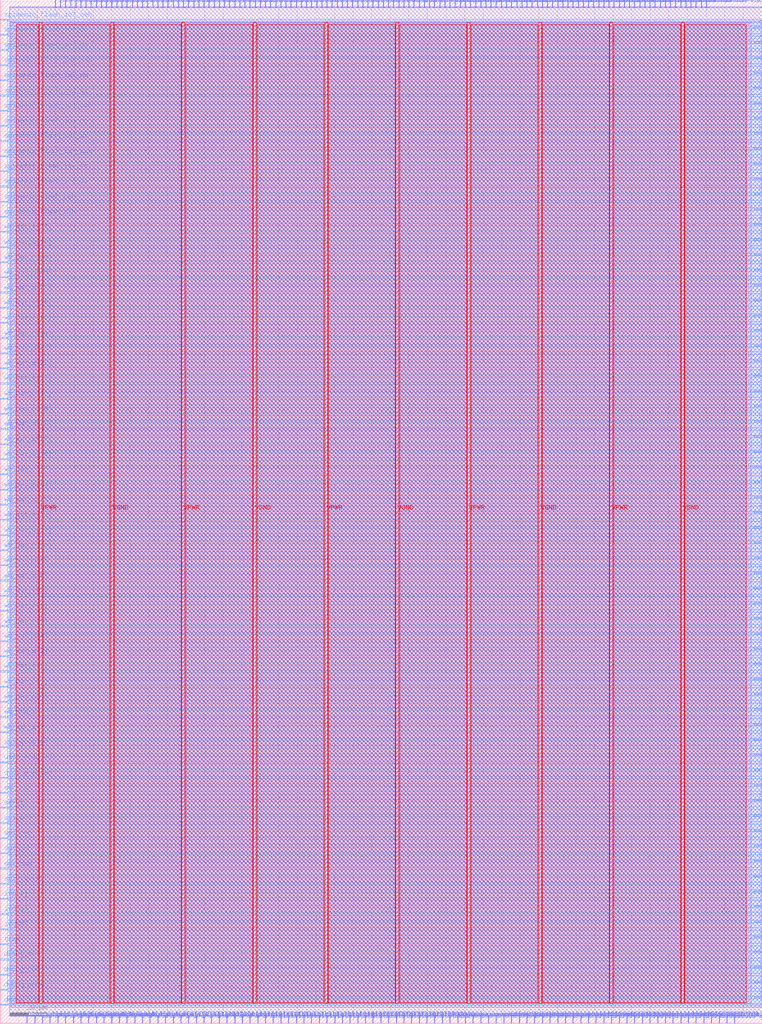
<source format=lef>
VERSION 5.7 ;
  NOWIREEXTENSIONATPIN ON ;
  DIVIDERCHAR "/" ;
  BUSBITCHARS "[]" ;
MACRO housekeeping_alt
  CLASS BLOCK ;
  FOREIGN housekeeping_alt ;
  ORIGIN 0.000 0.000 ;
  SIZE 410.230 BY 550.950 ;
  PIN VGND
    USE GROUND ;
    PORT
      LAYER met4 ;
        RECT 366.640 10.640 368.240 538.800 ;
    END
    PORT
      LAYER met4 ;
        RECT 289.840 10.640 291.440 538.800 ;
    END
    PORT
      LAYER met4 ;
        RECT 213.040 10.640 214.640 538.800 ;
    END
    PORT
      LAYER met4 ;
        RECT 136.240 10.640 137.840 538.800 ;
    END
    PORT
      LAYER met4 ;
        RECT 59.440 10.640 61.040 538.800 ;
    END
  END VGND
  PIN VPWR
    USE POWER ;
    PORT
      LAYER met4 ;
        RECT 328.240 10.640 329.840 538.800 ;
    END
    PORT
      LAYER met4 ;
        RECT 251.440 10.640 253.040 538.800 ;
    END
    PORT
      LAYER met4 ;
        RECT 174.640 10.640 176.240 538.800 ;
    END
    PORT
      LAYER met4 ;
        RECT 97.840 10.640 99.440 538.800 ;
    END
    PORT
      LAYER met4 ;
        RECT 21.040 10.640 22.640 538.800 ;
    END
  END VPWR
  PIN debug_in
    PORT
      LAYER met3 ;
        RECT 0.000 9.560 4.000 10.160 ;
    END
  END debug_in
  PIN debug_mode
    PORT
      LAYER met3 ;
        RECT 0.000 17.720 4.000 18.320 ;
    END
  END debug_mode
  PIN debug_oeb
    PORT
      LAYER met3 ;
        RECT 0.000 25.880 4.000 26.480 ;
    END
  END debug_oeb
  PIN debug_out
    PORT
      LAYER met3 ;
        RECT 0.000 34.040 4.000 34.640 ;
    END
  END debug_out
  PIN irq[0]
    PORT
      LAYER met3 ;
        RECT 0.000 50.360 4.000 50.960 ;
    END
  END irq[0]
  PIN irq[1]
    PORT
      LAYER met3 ;
        RECT 0.000 58.520 4.000 59.120 ;
    END
  END irq[1]
  PIN irq[2]
    PORT
      LAYER met3 ;
        RECT 0.000 66.680 4.000 67.280 ;
    END
  END irq[2]
  PIN mask_rev_in[0]
    PORT
      LAYER met2 ;
        RECT 250.330 0.000 250.610 4.000 ;
    END
  END mask_rev_in[0]
  PIN mask_rev_in[10]
    PORT
      LAYER met2 ;
        RECT 291.730 0.000 292.010 4.000 ;
    END
  END mask_rev_in[10]
  PIN mask_rev_in[11]
    PORT
      LAYER met2 ;
        RECT 295.870 0.000 296.150 4.000 ;
    END
  END mask_rev_in[11]
  PIN mask_rev_in[12]
    PORT
      LAYER met2 ;
        RECT 300.010 0.000 300.290 4.000 ;
    END
  END mask_rev_in[12]
  PIN mask_rev_in[13]
    PORT
      LAYER met2 ;
        RECT 304.150 0.000 304.430 4.000 ;
    END
  END mask_rev_in[13]
  PIN mask_rev_in[14]
    PORT
      LAYER met2 ;
        RECT 308.290 0.000 308.570 4.000 ;
    END
  END mask_rev_in[14]
  PIN mask_rev_in[15]
    PORT
      LAYER met2 ;
        RECT 312.430 0.000 312.710 4.000 ;
    END
  END mask_rev_in[15]
  PIN mask_rev_in[16]
    PORT
      LAYER met2 ;
        RECT 316.570 0.000 316.850 4.000 ;
    END
  END mask_rev_in[16]
  PIN mask_rev_in[17]
    PORT
      LAYER met2 ;
        RECT 320.710 0.000 320.990 4.000 ;
    END
  END mask_rev_in[17]
  PIN mask_rev_in[18]
    PORT
      LAYER met2 ;
        RECT 324.850 0.000 325.130 4.000 ;
    END
  END mask_rev_in[18]
  PIN mask_rev_in[19]
    PORT
      LAYER met2 ;
        RECT 328.990 0.000 329.270 4.000 ;
    END
  END mask_rev_in[19]
  PIN mask_rev_in[1]
    PORT
      LAYER met2 ;
        RECT 254.470 0.000 254.750 4.000 ;
    END
  END mask_rev_in[1]
  PIN mask_rev_in[20]
    PORT
      LAYER met2 ;
        RECT 333.130 0.000 333.410 4.000 ;
    END
  END mask_rev_in[20]
  PIN mask_rev_in[21]
    PORT
      LAYER met2 ;
        RECT 337.270 0.000 337.550 4.000 ;
    END
  END mask_rev_in[21]
  PIN mask_rev_in[22]
    PORT
      LAYER met2 ;
        RECT 341.410 0.000 341.690 4.000 ;
    END
  END mask_rev_in[22]
  PIN mask_rev_in[23]
    PORT
      LAYER met2 ;
        RECT 345.550 0.000 345.830 4.000 ;
    END
  END mask_rev_in[23]
  PIN mask_rev_in[24]
    PORT
      LAYER met2 ;
        RECT 349.690 0.000 349.970 4.000 ;
    END
  END mask_rev_in[24]
  PIN mask_rev_in[25]
    PORT
      LAYER met2 ;
        RECT 353.830 0.000 354.110 4.000 ;
    END
  END mask_rev_in[25]
  PIN mask_rev_in[26]
    PORT
      LAYER met2 ;
        RECT 357.970 0.000 358.250 4.000 ;
    END
  END mask_rev_in[26]
  PIN mask_rev_in[27]
    PORT
      LAYER met2 ;
        RECT 362.110 0.000 362.390 4.000 ;
    END
  END mask_rev_in[27]
  PIN mask_rev_in[28]
    PORT
      LAYER met2 ;
        RECT 366.250 0.000 366.530 4.000 ;
    END
  END mask_rev_in[28]
  PIN mask_rev_in[29]
    PORT
      LAYER met2 ;
        RECT 370.390 0.000 370.670 4.000 ;
    END
  END mask_rev_in[29]
  PIN mask_rev_in[2]
    PORT
      LAYER met2 ;
        RECT 258.610 0.000 258.890 4.000 ;
    END
  END mask_rev_in[2]
  PIN mask_rev_in[30]
    PORT
      LAYER met2 ;
        RECT 374.530 0.000 374.810 4.000 ;
    END
  END mask_rev_in[30]
  PIN mask_rev_in[31]
    PORT
      LAYER met2 ;
        RECT 378.670 0.000 378.950 4.000 ;
    END
  END mask_rev_in[31]
  PIN mask_rev_in[3]
    PORT
      LAYER met2 ;
        RECT 262.750 0.000 263.030 4.000 ;
    END
  END mask_rev_in[3]
  PIN mask_rev_in[4]
    PORT
      LAYER met2 ;
        RECT 266.890 0.000 267.170 4.000 ;
    END
  END mask_rev_in[4]
  PIN mask_rev_in[5]
    PORT
      LAYER met2 ;
        RECT 271.030 0.000 271.310 4.000 ;
    END
  END mask_rev_in[5]
  PIN mask_rev_in[6]
    PORT
      LAYER met2 ;
        RECT 275.170 0.000 275.450 4.000 ;
    END
  END mask_rev_in[6]
  PIN mask_rev_in[7]
    PORT
      LAYER met2 ;
        RECT 279.310 0.000 279.590 4.000 ;
    END
  END mask_rev_in[7]
  PIN mask_rev_in[8]
    PORT
      LAYER met2 ;
        RECT 283.450 0.000 283.730 4.000 ;
    END
  END mask_rev_in[8]
  PIN mask_rev_in[9]
    PORT
      LAYER met2 ;
        RECT 287.590 0.000 287.870 4.000 ;
    END
  END mask_rev_in[9]
  PIN mgmt_gpio_in[0]
    PORT
      LAYER met3 ;
        RECT 406.230 54.440 410.230 55.040 ;
    END
  END mgmt_gpio_in[0]
  PIN mgmt_gpio_in[10]
    PORT
      LAYER met3 ;
        RECT 406.230 299.240 410.230 299.840 ;
    END
  END mgmt_gpio_in[10]
  PIN mgmt_gpio_in[11]
    PORT
      LAYER met3 ;
        RECT 406.230 323.720 410.230 324.320 ;
    END
  END mgmt_gpio_in[11]
  PIN mgmt_gpio_in[12]
    PORT
      LAYER met3 ;
        RECT 406.230 348.200 410.230 348.800 ;
    END
  END mgmt_gpio_in[12]
  PIN mgmt_gpio_in[13]
    PORT
      LAYER met3 ;
        RECT 406.230 372.680 410.230 373.280 ;
    END
  END mgmt_gpio_in[13]
  PIN mgmt_gpio_in[14]
    PORT
      LAYER met3 ;
        RECT 406.230 397.160 410.230 397.760 ;
    END
  END mgmt_gpio_in[14]
  PIN mgmt_gpio_in[15]
    PORT
      LAYER met3 ;
        RECT 406.230 421.640 410.230 422.240 ;
    END
  END mgmt_gpio_in[15]
  PIN mgmt_gpio_in[16]
    PORT
      LAYER met3 ;
        RECT 406.230 446.120 410.230 446.720 ;
    END
  END mgmt_gpio_in[16]
  PIN mgmt_gpio_in[17]
    PORT
      LAYER met3 ;
        RECT 406.230 470.600 410.230 471.200 ;
    END
  END mgmt_gpio_in[17]
  PIN mgmt_gpio_in[18]
    PORT
      LAYER met3 ;
        RECT 406.230 495.080 410.230 495.680 ;
    END
  END mgmt_gpio_in[18]
  PIN mgmt_gpio_in[19]
    PORT
      LAYER met3 ;
        RECT 406.230 519.560 410.230 520.160 ;
    END
  END mgmt_gpio_in[19]
  PIN mgmt_gpio_in[1]
    PORT
      LAYER met3 ;
        RECT 406.230 78.920 410.230 79.520 ;
    END
  END mgmt_gpio_in[1]
  PIN mgmt_gpio_in[20]
    PORT
      LAYER met2 ;
        RECT 233.770 546.950 234.050 550.950 ;
    END
  END mgmt_gpio_in[20]
  PIN mgmt_gpio_in[21]
    PORT
      LAYER met2 ;
        RECT 242.050 546.950 242.330 550.950 ;
    END
  END mgmt_gpio_in[21]
  PIN mgmt_gpio_in[22]
    PORT
      LAYER met2 ;
        RECT 250.330 546.950 250.610 550.950 ;
    END
  END mgmt_gpio_in[22]
  PIN mgmt_gpio_in[23]
    PORT
      LAYER met2 ;
        RECT 258.610 546.950 258.890 550.950 ;
    END
  END mgmt_gpio_in[23]
  PIN mgmt_gpio_in[24]
    PORT
      LAYER met2 ;
        RECT 266.890 546.950 267.170 550.950 ;
    END
  END mgmt_gpio_in[24]
  PIN mgmt_gpio_in[25]
    PORT
      LAYER met2 ;
        RECT 275.170 546.950 275.450 550.950 ;
    END
  END mgmt_gpio_in[25]
  PIN mgmt_gpio_in[26]
    PORT
      LAYER met2 ;
        RECT 283.450 546.950 283.730 550.950 ;
    END
  END mgmt_gpio_in[26]
  PIN mgmt_gpio_in[27]
    PORT
      LAYER met2 ;
        RECT 291.730 546.950 292.010 550.950 ;
    END
  END mgmt_gpio_in[27]
  PIN mgmt_gpio_in[28]
    PORT
      LAYER met2 ;
        RECT 300.010 546.950 300.290 550.950 ;
    END
  END mgmt_gpio_in[28]
  PIN mgmt_gpio_in[29]
    PORT
      LAYER met2 ;
        RECT 308.290 546.950 308.570 550.950 ;
    END
  END mgmt_gpio_in[29]
  PIN mgmt_gpio_in[2]
    PORT
      LAYER met3 ;
        RECT 406.230 103.400 410.230 104.000 ;
    END
  END mgmt_gpio_in[2]
  PIN mgmt_gpio_in[30]
    PORT
      LAYER met2 ;
        RECT 316.570 546.950 316.850 550.950 ;
    END
  END mgmt_gpio_in[30]
  PIN mgmt_gpio_in[31]
    PORT
      LAYER met2 ;
        RECT 324.850 546.950 325.130 550.950 ;
    END
  END mgmt_gpio_in[31]
  PIN mgmt_gpio_in[32]
    PORT
      LAYER met2 ;
        RECT 333.130 546.950 333.410 550.950 ;
    END
  END mgmt_gpio_in[32]
  PIN mgmt_gpio_in[33]
    PORT
      LAYER met2 ;
        RECT 341.410 546.950 341.690 550.950 ;
    END
  END mgmt_gpio_in[33]
  PIN mgmt_gpio_in[34]
    PORT
      LAYER met2 ;
        RECT 349.690 546.950 349.970 550.950 ;
    END
  END mgmt_gpio_in[34]
  PIN mgmt_gpio_in[35]
    PORT
      LAYER met2 ;
        RECT 357.970 546.950 358.250 550.950 ;
    END
  END mgmt_gpio_in[35]
  PIN mgmt_gpio_in[36]
    PORT
      LAYER met2 ;
        RECT 366.250 546.950 366.530 550.950 ;
    END
  END mgmt_gpio_in[36]
  PIN mgmt_gpio_in[37]
    PORT
      LAYER met2 ;
        RECT 374.530 546.950 374.810 550.950 ;
    END
  END mgmt_gpio_in[37]
  PIN mgmt_gpio_in[3]
    PORT
      LAYER met3 ;
        RECT 406.230 127.880 410.230 128.480 ;
    END
  END mgmt_gpio_in[3]
  PIN mgmt_gpio_in[4]
    PORT
      LAYER met3 ;
        RECT 406.230 152.360 410.230 152.960 ;
    END
  END mgmt_gpio_in[4]
  PIN mgmt_gpio_in[5]
    PORT
      LAYER met3 ;
        RECT 406.230 176.840 410.230 177.440 ;
    END
  END mgmt_gpio_in[5]
  PIN mgmt_gpio_in[6]
    PORT
      LAYER met3 ;
        RECT 406.230 201.320 410.230 201.920 ;
    END
  END mgmt_gpio_in[6]
  PIN mgmt_gpio_in[7]
    PORT
      LAYER met3 ;
        RECT 406.230 225.800 410.230 226.400 ;
    END
  END mgmt_gpio_in[7]
  PIN mgmt_gpio_in[8]
    PORT
      LAYER met3 ;
        RECT 406.230 250.280 410.230 250.880 ;
    END
  END mgmt_gpio_in[8]
  PIN mgmt_gpio_in[9]
    PORT
      LAYER met3 ;
        RECT 406.230 274.760 410.230 275.360 ;
    END
  END mgmt_gpio_in[9]
  PIN mgmt_gpio_oeb[0]
    PORT
      LAYER met3 ;
        RECT 406.230 62.600 410.230 63.200 ;
    END
  END mgmt_gpio_oeb[0]
  PIN mgmt_gpio_oeb[10]
    PORT
      LAYER met3 ;
        RECT 406.230 307.400 410.230 308.000 ;
    END
  END mgmt_gpio_oeb[10]
  PIN mgmt_gpio_oeb[11]
    PORT
      LAYER met3 ;
        RECT 406.230 331.880 410.230 332.480 ;
    END
  END mgmt_gpio_oeb[11]
  PIN mgmt_gpio_oeb[12]
    PORT
      LAYER met3 ;
        RECT 406.230 356.360 410.230 356.960 ;
    END
  END mgmt_gpio_oeb[12]
  PIN mgmt_gpio_oeb[13]
    PORT
      LAYER met3 ;
        RECT 406.230 380.840 410.230 381.440 ;
    END
  END mgmt_gpio_oeb[13]
  PIN mgmt_gpio_oeb[14]
    PORT
      LAYER met3 ;
        RECT 406.230 405.320 410.230 405.920 ;
    END
  END mgmt_gpio_oeb[14]
  PIN mgmt_gpio_oeb[15]
    PORT
      LAYER met3 ;
        RECT 406.230 429.800 410.230 430.400 ;
    END
  END mgmt_gpio_oeb[15]
  PIN mgmt_gpio_oeb[16]
    PORT
      LAYER met3 ;
        RECT 406.230 454.280 410.230 454.880 ;
    END
  END mgmt_gpio_oeb[16]
  PIN mgmt_gpio_oeb[17]
    PORT
      LAYER met3 ;
        RECT 406.230 478.760 410.230 479.360 ;
    END
  END mgmt_gpio_oeb[17]
  PIN mgmt_gpio_oeb[18]
    PORT
      LAYER met3 ;
        RECT 406.230 503.240 410.230 503.840 ;
    END
  END mgmt_gpio_oeb[18]
  PIN mgmt_gpio_oeb[19]
    PORT
      LAYER met3 ;
        RECT 406.230 527.720 410.230 528.320 ;
    END
  END mgmt_gpio_oeb[19]
  PIN mgmt_gpio_oeb[1]
    PORT
      LAYER met3 ;
        RECT 406.230 87.080 410.230 87.680 ;
    END
  END mgmt_gpio_oeb[1]
  PIN mgmt_gpio_oeb[20]
    PORT
      LAYER met2 ;
        RECT 236.530 546.950 236.810 550.950 ;
    END
  END mgmt_gpio_oeb[20]
  PIN mgmt_gpio_oeb[21]
    PORT
      LAYER met2 ;
        RECT 244.810 546.950 245.090 550.950 ;
    END
  END mgmt_gpio_oeb[21]
  PIN mgmt_gpio_oeb[22]
    PORT
      LAYER met2 ;
        RECT 253.090 546.950 253.370 550.950 ;
    END
  END mgmt_gpio_oeb[22]
  PIN mgmt_gpio_oeb[23]
    PORT
      LAYER met2 ;
        RECT 261.370 546.950 261.650 550.950 ;
    END
  END mgmt_gpio_oeb[23]
  PIN mgmt_gpio_oeb[24]
    PORT
      LAYER met2 ;
        RECT 269.650 546.950 269.930 550.950 ;
    END
  END mgmt_gpio_oeb[24]
  PIN mgmt_gpio_oeb[25]
    PORT
      LAYER met2 ;
        RECT 277.930 546.950 278.210 550.950 ;
    END
  END mgmt_gpio_oeb[25]
  PIN mgmt_gpio_oeb[26]
    PORT
      LAYER met2 ;
        RECT 286.210 546.950 286.490 550.950 ;
    END
  END mgmt_gpio_oeb[26]
  PIN mgmt_gpio_oeb[27]
    PORT
      LAYER met2 ;
        RECT 294.490 546.950 294.770 550.950 ;
    END
  END mgmt_gpio_oeb[27]
  PIN mgmt_gpio_oeb[28]
    PORT
      LAYER met2 ;
        RECT 302.770 546.950 303.050 550.950 ;
    END
  END mgmt_gpio_oeb[28]
  PIN mgmt_gpio_oeb[29]
    PORT
      LAYER met2 ;
        RECT 311.050 546.950 311.330 550.950 ;
    END
  END mgmt_gpio_oeb[29]
  PIN mgmt_gpio_oeb[2]
    PORT
      LAYER met3 ;
        RECT 406.230 111.560 410.230 112.160 ;
    END
  END mgmt_gpio_oeb[2]
  PIN mgmt_gpio_oeb[30]
    PORT
      LAYER met2 ;
        RECT 319.330 546.950 319.610 550.950 ;
    END
  END mgmt_gpio_oeb[30]
  PIN mgmt_gpio_oeb[31]
    PORT
      LAYER met2 ;
        RECT 327.610 546.950 327.890 550.950 ;
    END
  END mgmt_gpio_oeb[31]
  PIN mgmt_gpio_oeb[32]
    PORT
      LAYER met2 ;
        RECT 335.890 546.950 336.170 550.950 ;
    END
  END mgmt_gpio_oeb[32]
  PIN mgmt_gpio_oeb[33]
    PORT
      LAYER met2 ;
        RECT 344.170 546.950 344.450 550.950 ;
    END
  END mgmt_gpio_oeb[33]
  PIN mgmt_gpio_oeb[34]
    PORT
      LAYER met2 ;
        RECT 352.450 546.950 352.730 550.950 ;
    END
  END mgmt_gpio_oeb[34]
  PIN mgmt_gpio_oeb[35]
    PORT
      LAYER met2 ;
        RECT 360.730 546.950 361.010 550.950 ;
    END
  END mgmt_gpio_oeb[35]
  PIN mgmt_gpio_oeb[36]
    PORT
      LAYER met2 ;
        RECT 369.010 546.950 369.290 550.950 ;
    END
  END mgmt_gpio_oeb[36]
  PIN mgmt_gpio_oeb[37]
    PORT
      LAYER met2 ;
        RECT 377.290 546.950 377.570 550.950 ;
    END
  END mgmt_gpio_oeb[37]
  PIN mgmt_gpio_oeb[3]
    PORT
      LAYER met3 ;
        RECT 406.230 136.040 410.230 136.640 ;
    END
  END mgmt_gpio_oeb[3]
  PIN mgmt_gpio_oeb[4]
    PORT
      LAYER met3 ;
        RECT 406.230 160.520 410.230 161.120 ;
    END
  END mgmt_gpio_oeb[4]
  PIN mgmt_gpio_oeb[5]
    PORT
      LAYER met3 ;
        RECT 406.230 185.000 410.230 185.600 ;
    END
  END mgmt_gpio_oeb[5]
  PIN mgmt_gpio_oeb[6]
    PORT
      LAYER met3 ;
        RECT 406.230 209.480 410.230 210.080 ;
    END
  END mgmt_gpio_oeb[6]
  PIN mgmt_gpio_oeb[7]
    PORT
      LAYER met3 ;
        RECT 406.230 233.960 410.230 234.560 ;
    END
  END mgmt_gpio_oeb[7]
  PIN mgmt_gpio_oeb[8]
    PORT
      LAYER met3 ;
        RECT 406.230 258.440 410.230 259.040 ;
    END
  END mgmt_gpio_oeb[8]
  PIN mgmt_gpio_oeb[9]
    PORT
      LAYER met3 ;
        RECT 406.230 282.920 410.230 283.520 ;
    END
  END mgmt_gpio_oeb[9]
  PIN mgmt_gpio_out[0]
    PORT
      LAYER met3 ;
        RECT 406.230 70.760 410.230 71.360 ;
    END
  END mgmt_gpio_out[0]
  PIN mgmt_gpio_out[10]
    PORT
      LAYER met3 ;
        RECT 406.230 315.560 410.230 316.160 ;
    END
  END mgmt_gpio_out[10]
  PIN mgmt_gpio_out[11]
    PORT
      LAYER met3 ;
        RECT 406.230 340.040 410.230 340.640 ;
    END
  END mgmt_gpio_out[11]
  PIN mgmt_gpio_out[12]
    PORT
      LAYER met3 ;
        RECT 406.230 364.520 410.230 365.120 ;
    END
  END mgmt_gpio_out[12]
  PIN mgmt_gpio_out[13]
    PORT
      LAYER met3 ;
        RECT 406.230 389.000 410.230 389.600 ;
    END
  END mgmt_gpio_out[13]
  PIN mgmt_gpio_out[14]
    PORT
      LAYER met3 ;
        RECT 406.230 413.480 410.230 414.080 ;
    END
  END mgmt_gpio_out[14]
  PIN mgmt_gpio_out[15]
    PORT
      LAYER met3 ;
        RECT 406.230 437.960 410.230 438.560 ;
    END
  END mgmt_gpio_out[15]
  PIN mgmt_gpio_out[16]
    PORT
      LAYER met3 ;
        RECT 406.230 462.440 410.230 463.040 ;
    END
  END mgmt_gpio_out[16]
  PIN mgmt_gpio_out[17]
    PORT
      LAYER met3 ;
        RECT 406.230 486.920 410.230 487.520 ;
    END
  END mgmt_gpio_out[17]
  PIN mgmt_gpio_out[18]
    PORT
      LAYER met3 ;
        RECT 406.230 511.400 410.230 512.000 ;
    END
  END mgmt_gpio_out[18]
  PIN mgmt_gpio_out[19]
    PORT
      LAYER met3 ;
        RECT 406.230 535.880 410.230 536.480 ;
    END
  END mgmt_gpio_out[19]
  PIN mgmt_gpio_out[1]
    PORT
      LAYER met3 ;
        RECT 406.230 95.240 410.230 95.840 ;
    END
  END mgmt_gpio_out[1]
  PIN mgmt_gpio_out[20]
    PORT
      LAYER met2 ;
        RECT 239.290 546.950 239.570 550.950 ;
    END
  END mgmt_gpio_out[20]
  PIN mgmt_gpio_out[21]
    PORT
      LAYER met2 ;
        RECT 247.570 546.950 247.850 550.950 ;
    END
  END mgmt_gpio_out[21]
  PIN mgmt_gpio_out[22]
    PORT
      LAYER met2 ;
        RECT 255.850 546.950 256.130 550.950 ;
    END
  END mgmt_gpio_out[22]
  PIN mgmt_gpio_out[23]
    PORT
      LAYER met2 ;
        RECT 264.130 546.950 264.410 550.950 ;
    END
  END mgmt_gpio_out[23]
  PIN mgmt_gpio_out[24]
    PORT
      LAYER met2 ;
        RECT 272.410 546.950 272.690 550.950 ;
    END
  END mgmt_gpio_out[24]
  PIN mgmt_gpio_out[25]
    PORT
      LAYER met2 ;
        RECT 280.690 546.950 280.970 550.950 ;
    END
  END mgmt_gpio_out[25]
  PIN mgmt_gpio_out[26]
    PORT
      LAYER met2 ;
        RECT 288.970 546.950 289.250 550.950 ;
    END
  END mgmt_gpio_out[26]
  PIN mgmt_gpio_out[27]
    PORT
      LAYER met2 ;
        RECT 297.250 546.950 297.530 550.950 ;
    END
  END mgmt_gpio_out[27]
  PIN mgmt_gpio_out[28]
    PORT
      LAYER met2 ;
        RECT 305.530 546.950 305.810 550.950 ;
    END
  END mgmt_gpio_out[28]
  PIN mgmt_gpio_out[29]
    PORT
      LAYER met2 ;
        RECT 313.810 546.950 314.090 550.950 ;
    END
  END mgmt_gpio_out[29]
  PIN mgmt_gpio_out[2]
    PORT
      LAYER met3 ;
        RECT 406.230 119.720 410.230 120.320 ;
    END
  END mgmt_gpio_out[2]
  PIN mgmt_gpio_out[30]
    PORT
      LAYER met2 ;
        RECT 322.090 546.950 322.370 550.950 ;
    END
  END mgmt_gpio_out[30]
  PIN mgmt_gpio_out[31]
    PORT
      LAYER met2 ;
        RECT 330.370 546.950 330.650 550.950 ;
    END
  END mgmt_gpio_out[31]
  PIN mgmt_gpio_out[32]
    PORT
      LAYER met2 ;
        RECT 338.650 546.950 338.930 550.950 ;
    END
  END mgmt_gpio_out[32]
  PIN mgmt_gpio_out[33]
    PORT
      LAYER met2 ;
        RECT 346.930 546.950 347.210 550.950 ;
    END
  END mgmt_gpio_out[33]
  PIN mgmt_gpio_out[34]
    PORT
      LAYER met2 ;
        RECT 355.210 546.950 355.490 550.950 ;
    END
  END mgmt_gpio_out[34]
  PIN mgmt_gpio_out[35]
    PORT
      LAYER met2 ;
        RECT 363.490 546.950 363.770 550.950 ;
    END
  END mgmt_gpio_out[35]
  PIN mgmt_gpio_out[36]
    PORT
      LAYER met2 ;
        RECT 371.770 546.950 372.050 550.950 ;
    END
  END mgmt_gpio_out[36]
  PIN mgmt_gpio_out[37]
    PORT
      LAYER met2 ;
        RECT 380.050 546.950 380.330 550.950 ;
    END
  END mgmt_gpio_out[37]
  PIN mgmt_gpio_out[3]
    PORT
      LAYER met3 ;
        RECT 406.230 144.200 410.230 144.800 ;
    END
  END mgmt_gpio_out[3]
  PIN mgmt_gpio_out[4]
    PORT
      LAYER met3 ;
        RECT 406.230 168.680 410.230 169.280 ;
    END
  END mgmt_gpio_out[4]
  PIN mgmt_gpio_out[5]
    PORT
      LAYER met3 ;
        RECT 406.230 193.160 410.230 193.760 ;
    END
  END mgmt_gpio_out[5]
  PIN mgmt_gpio_out[6]
    PORT
      LAYER met3 ;
        RECT 406.230 217.640 410.230 218.240 ;
    END
  END mgmt_gpio_out[6]
  PIN mgmt_gpio_out[7]
    PORT
      LAYER met3 ;
        RECT 406.230 242.120 410.230 242.720 ;
    END
  END mgmt_gpio_out[7]
  PIN mgmt_gpio_out[8]
    PORT
      LAYER met3 ;
        RECT 406.230 266.600 410.230 267.200 ;
    END
  END mgmt_gpio_out[8]
  PIN mgmt_gpio_out[9]
    PORT
      LAYER met3 ;
        RECT 406.230 291.080 410.230 291.680 ;
    END
  END mgmt_gpio_out[9]
  PIN pad_flash_clk
    PORT
      LAYER met2 ;
        RECT 18.490 0.000 18.770 4.000 ;
    END
  END pad_flash_clk
  PIN pad_flash_clk_oeb
    PORT
      LAYER met2 ;
        RECT 22.630 0.000 22.910 4.000 ;
    END
  END pad_flash_clk_oeb
  PIN pad_flash_csb
    PORT
      LAYER met2 ;
        RECT 26.770 0.000 27.050 4.000 ;
    END
  END pad_flash_csb
  PIN pad_flash_csb_oeb
    PORT
      LAYER met2 ;
        RECT 30.910 0.000 31.190 4.000 ;
    END
  END pad_flash_csb_oeb
  PIN pad_flash_io0_di
    PORT
      LAYER met2 ;
        RECT 35.050 0.000 35.330 4.000 ;
    END
  END pad_flash_io0_di
  PIN pad_flash_io0_do
    PORT
      LAYER met2 ;
        RECT 39.190 0.000 39.470 4.000 ;
    END
  END pad_flash_io0_do
  PIN pad_flash_io0_ieb
    PORT
      LAYER met2 ;
        RECT 43.330 0.000 43.610 4.000 ;
    END
  END pad_flash_io0_ieb
  PIN pad_flash_io0_oeb
    PORT
      LAYER met2 ;
        RECT 47.470 0.000 47.750 4.000 ;
    END
  END pad_flash_io0_oeb
  PIN pad_flash_io1_di
    PORT
      LAYER met2 ;
        RECT 51.610 0.000 51.890 4.000 ;
    END
  END pad_flash_io1_di
  PIN pad_flash_io1_do
    PORT
      LAYER met2 ;
        RECT 55.750 0.000 56.030 4.000 ;
    END
  END pad_flash_io1_do
  PIN pad_flash_io1_ieb
    PORT
      LAYER met2 ;
        RECT 59.890 0.000 60.170 4.000 ;
    END
  END pad_flash_io1_ieb
  PIN pad_flash_io1_oeb
    PORT
      LAYER met2 ;
        RECT 64.030 0.000 64.310 4.000 ;
    END
  END pad_flash_io1_oeb
  PIN pll90_sel[0]
    PORT
      LAYER met2 ;
        RECT 117.850 0.000 118.130 4.000 ;
    END
  END pll90_sel[0]
  PIN pll90_sel[1]
    PORT
      LAYER met2 ;
        RECT 121.990 0.000 122.270 4.000 ;
    END
  END pll90_sel[1]
  PIN pll90_sel[2]
    PORT
      LAYER met2 ;
        RECT 126.130 0.000 126.410 4.000 ;
    END
  END pll90_sel[2]
  PIN pll_bypass
    PORT
      LAYER met2 ;
        RECT 237.910 0.000 238.190 4.000 ;
    END
  END pll_bypass
  PIN pll_dco_ena
    PORT
      LAYER met2 ;
        RECT 80.590 0.000 80.870 4.000 ;
    END
  END pll_dco_ena
  PIN pll_div[0]
    PORT
      LAYER met2 ;
        RECT 84.730 0.000 85.010 4.000 ;
    END
  END pll_div[0]
  PIN pll_div[1]
    PORT
      LAYER met2 ;
        RECT 88.870 0.000 89.150 4.000 ;
    END
  END pll_div[1]
  PIN pll_div[2]
    PORT
      LAYER met2 ;
        RECT 93.010 0.000 93.290 4.000 ;
    END
  END pll_div[2]
  PIN pll_div[3]
    PORT
      LAYER met2 ;
        RECT 97.150 0.000 97.430 4.000 ;
    END
  END pll_div[3]
  PIN pll_div[4]
    PORT
      LAYER met2 ;
        RECT 101.290 0.000 101.570 4.000 ;
    END
  END pll_div[4]
  PIN pll_ena
    PORT
      LAYER met2 ;
        RECT 76.450 0.000 76.730 4.000 ;
    END
  END pll_ena
  PIN pll_sel[0]
    PORT
      LAYER met2 ;
        RECT 105.430 0.000 105.710 4.000 ;
    END
  END pll_sel[0]
  PIN pll_sel[1]
    PORT
      LAYER met2 ;
        RECT 109.570 0.000 109.850 4.000 ;
    END
  END pll_sel[1]
  PIN pll_sel[2]
    PORT
      LAYER met2 ;
        RECT 113.710 0.000 113.990 4.000 ;
    END
  END pll_sel[2]
  PIN pll_trim[0]
    PORT
      LAYER met2 ;
        RECT 130.270 0.000 130.550 4.000 ;
    END
  END pll_trim[0]
  PIN pll_trim[10]
    PORT
      LAYER met2 ;
        RECT 171.670 0.000 171.950 4.000 ;
    END
  END pll_trim[10]
  PIN pll_trim[11]
    PORT
      LAYER met2 ;
        RECT 175.810 0.000 176.090 4.000 ;
    END
  END pll_trim[11]
  PIN pll_trim[12]
    PORT
      LAYER met2 ;
        RECT 179.950 0.000 180.230 4.000 ;
    END
  END pll_trim[12]
  PIN pll_trim[13]
    PORT
      LAYER met2 ;
        RECT 184.090 0.000 184.370 4.000 ;
    END
  END pll_trim[13]
  PIN pll_trim[14]
    PORT
      LAYER met2 ;
        RECT 188.230 0.000 188.510 4.000 ;
    END
  END pll_trim[14]
  PIN pll_trim[15]
    PORT
      LAYER met2 ;
        RECT 192.370 0.000 192.650 4.000 ;
    END
  END pll_trim[15]
  PIN pll_trim[16]
    PORT
      LAYER met2 ;
        RECT 196.510 0.000 196.790 4.000 ;
    END
  END pll_trim[16]
  PIN pll_trim[17]
    PORT
      LAYER met2 ;
        RECT 200.650 0.000 200.930 4.000 ;
    END
  END pll_trim[17]
  PIN pll_trim[18]
    PORT
      LAYER met2 ;
        RECT 204.790 0.000 205.070 4.000 ;
    END
  END pll_trim[18]
  PIN pll_trim[19]
    PORT
      LAYER met2 ;
        RECT 208.930 0.000 209.210 4.000 ;
    END
  END pll_trim[19]
  PIN pll_trim[1]
    PORT
      LAYER met2 ;
        RECT 134.410 0.000 134.690 4.000 ;
    END
  END pll_trim[1]
  PIN pll_trim[20]
    PORT
      LAYER met2 ;
        RECT 213.070 0.000 213.350 4.000 ;
    END
  END pll_trim[20]
  PIN pll_trim[21]
    PORT
      LAYER met2 ;
        RECT 217.210 0.000 217.490 4.000 ;
    END
  END pll_trim[21]
  PIN pll_trim[22]
    PORT
      LAYER met2 ;
        RECT 221.350 0.000 221.630 4.000 ;
    END
  END pll_trim[22]
  PIN pll_trim[23]
    PORT
      LAYER met2 ;
        RECT 225.490 0.000 225.770 4.000 ;
    END
  END pll_trim[23]
  PIN pll_trim[24]
    PORT
      LAYER met2 ;
        RECT 229.630 0.000 229.910 4.000 ;
    END
  END pll_trim[24]
  PIN pll_trim[25]
    PORT
      LAYER met2 ;
        RECT 233.770 0.000 234.050 4.000 ;
    END
  END pll_trim[25]
  PIN pll_trim[2]
    PORT
      LAYER met2 ;
        RECT 138.550 0.000 138.830 4.000 ;
    END
  END pll_trim[2]
  PIN pll_trim[3]
    PORT
      LAYER met2 ;
        RECT 142.690 0.000 142.970 4.000 ;
    END
  END pll_trim[3]
  PIN pll_trim[4]
    PORT
      LAYER met2 ;
        RECT 146.830 0.000 147.110 4.000 ;
    END
  END pll_trim[4]
  PIN pll_trim[5]
    PORT
      LAYER met2 ;
        RECT 150.970 0.000 151.250 4.000 ;
    END
  END pll_trim[5]
  PIN pll_trim[6]
    PORT
      LAYER met2 ;
        RECT 155.110 0.000 155.390 4.000 ;
    END
  END pll_trim[6]
  PIN pll_trim[7]
    PORT
      LAYER met2 ;
        RECT 159.250 0.000 159.530 4.000 ;
    END
  END pll_trim[7]
  PIN pll_trim[8]
    PORT
      LAYER met2 ;
        RECT 163.390 0.000 163.670 4.000 ;
    END
  END pll_trim[8]
  PIN pll_trim[9]
    PORT
      LAYER met2 ;
        RECT 167.530 0.000 167.810 4.000 ;
    END
  END pll_trim[9]
  PIN porb
    PORT
      LAYER met2 ;
        RECT 68.170 0.000 68.450 4.000 ;
    END
  END porb
  PIN pwr_ctrl_out[0]
    PORT
      LAYER met2 ;
        RECT 382.810 0.000 383.090 4.000 ;
    END
  END pwr_ctrl_out[0]
  PIN pwr_ctrl_out[1]
    PORT
      LAYER met2 ;
        RECT 386.950 0.000 387.230 4.000 ;
    END
  END pwr_ctrl_out[1]
  PIN pwr_ctrl_out[2]
    PORT
      LAYER met2 ;
        RECT 391.090 0.000 391.370 4.000 ;
    END
  END pwr_ctrl_out[2]
  PIN pwr_ctrl_out[3]
    PORT
      LAYER met2 ;
        RECT 395.230 0.000 395.510 4.000 ;
    END
  END pwr_ctrl_out[3]
  PIN qspi_enabled
    PORT
      LAYER met3 ;
        RECT 0.000 131.960 4.000 132.560 ;
    END
  END qspi_enabled
  PIN reset
    PORT
      LAYER met2 ;
        RECT 72.310 0.000 72.590 4.000 ;
    END
  END reset
  PIN ser_rx
    PORT
      LAYER met3 ;
        RECT 0.000 123.800 4.000 124.400 ;
    END
  END ser_rx
  PIN ser_tx
    PORT
      LAYER met3 ;
        RECT 0.000 115.640 4.000 116.240 ;
    END
  END ser_tx
  PIN serial_clock
    PORT
      LAYER met3 ;
        RECT 406.230 13.640 410.230 14.240 ;
    END
  END serial_clock
  PIN serial_data_1
    PORT
      LAYER met3 ;
        RECT 406.230 38.120 410.230 38.720 ;
    END
  END serial_data_1
  PIN serial_data_2
    PORT
      LAYER met3 ;
        RECT 406.230 46.280 410.230 46.880 ;
    END
  END serial_data_2
  PIN serial_load
    PORT
      LAYER met3 ;
        RECT 406.230 29.960 410.230 30.560 ;
    END
  END serial_load
  PIN serial_resetn
    PORT
      LAYER met3 ;
        RECT 406.230 21.800 410.230 22.400 ;
    END
  END serial_resetn
  PIN spi_csb
    PORT
      LAYER met3 ;
        RECT 0.000 99.320 4.000 99.920 ;
    END
  END spi_csb
  PIN spi_enabled
    PORT
      LAYER met3 ;
        RECT 0.000 148.280 4.000 148.880 ;
    END
  END spi_enabled
  PIN spi_sck
    PORT
      LAYER met3 ;
        RECT 0.000 91.160 4.000 91.760 ;
    END
  END spi_sck
  PIN spi_sdi
    PORT
      LAYER met3 ;
        RECT 0.000 107.480 4.000 108.080 ;
    END
  END spi_sdi
  PIN spi_sdo
    PORT
      LAYER met3 ;
        RECT 0.000 83.000 4.000 83.600 ;
    END
  END spi_sdo
  PIN spi_sdoenb
    PORT
      LAYER met3 ;
        RECT 0.000 74.840 4.000 75.440 ;
    END
  END spi_sdoenb
  PIN spimemio_flash_clk
    PORT
      LAYER met3 ;
        RECT 0.000 433.880 4.000 434.480 ;
    END
  END spimemio_flash_clk
  PIN spimemio_flash_csb
    PORT
      LAYER met3 ;
        RECT 0.000 442.040 4.000 442.640 ;
    END
  END spimemio_flash_csb
  PIN spimemio_flash_io0_di
    PORT
      LAYER met3 ;
        RECT 0.000 450.200 4.000 450.800 ;
    END
  END spimemio_flash_io0_di
  PIN spimemio_flash_io0_do
    PORT
      LAYER met3 ;
        RECT 0.000 458.360 4.000 458.960 ;
    END
  END spimemio_flash_io0_do
  PIN spimemio_flash_io0_oeb
    PORT
      LAYER met3 ;
        RECT 0.000 466.520 4.000 467.120 ;
    END
  END spimemio_flash_io0_oeb
  PIN spimemio_flash_io1_di
    PORT
      LAYER met3 ;
        RECT 0.000 474.680 4.000 475.280 ;
    END
  END spimemio_flash_io1_di
  PIN spimemio_flash_io1_do
    PORT
      LAYER met3 ;
        RECT 0.000 482.840 4.000 483.440 ;
    END
  END spimemio_flash_io1_do
  PIN spimemio_flash_io1_oeb
    PORT
      LAYER met3 ;
        RECT 0.000 491.000 4.000 491.600 ;
    END
  END spimemio_flash_io1_oeb
  PIN spimemio_flash_io2_di
    PORT
      LAYER met3 ;
        RECT 0.000 499.160 4.000 499.760 ;
    END
  END spimemio_flash_io2_di
  PIN spimemio_flash_io2_do
    PORT
      LAYER met3 ;
        RECT 0.000 507.320 4.000 507.920 ;
    END
  END spimemio_flash_io2_do
  PIN spimemio_flash_io2_oeb
    PORT
      LAYER met3 ;
        RECT 0.000 515.480 4.000 516.080 ;
    END
  END spimemio_flash_io2_oeb
  PIN spimemio_flash_io3_di
    PORT
      LAYER met3 ;
        RECT 0.000 523.640 4.000 524.240 ;
    END
  END spimemio_flash_io3_di
  PIN spimemio_flash_io3_do
    PORT
      LAYER met3 ;
        RECT 0.000 531.800 4.000 532.400 ;
    END
  END spimemio_flash_io3_do
  PIN spimemio_flash_io3_oeb
    PORT
      LAYER met3 ;
        RECT 0.000 539.960 4.000 540.560 ;
    END
  END spimemio_flash_io3_oeb
  PIN trap
    PORT
      LAYER met3 ;
        RECT 0.000 42.200 4.000 42.800 ;
    END
  END trap
  PIN uart_enabled
    PORT
      LAYER met3 ;
        RECT 0.000 140.120 4.000 140.720 ;
    END
  END uart_enabled
  PIN user_clock
    PORT
      LAYER met2 ;
        RECT 14.350 0.000 14.630 4.000 ;
    END
  END user_clock
  PIN usr1_vcc_pwrgood
    PORT
      LAYER met2 ;
        RECT 222.730 546.950 223.010 550.950 ;
    END
  END usr1_vcc_pwrgood
  PIN usr1_vdd_pwrgood
    PORT
      LAYER met2 ;
        RECT 228.250 546.950 228.530 550.950 ;
    END
  END usr1_vdd_pwrgood
  PIN usr2_vcc_pwrgood
    PORT
      LAYER met2 ;
        RECT 225.490 546.950 225.770 550.950 ;
    END
  END usr2_vcc_pwrgood
  PIN usr2_vdd_pwrgood
    PORT
      LAYER met2 ;
        RECT 231.010 546.950 231.290 550.950 ;
    END
  END usr2_vdd_pwrgood
  PIN wb_ack_o
    PORT
      LAYER met3 ;
        RECT 0.000 156.440 4.000 157.040 ;
    END
  END wb_ack_o
  PIN wb_adr_i[0]
    PORT
      LAYER met2 ;
        RECT 29.530 546.950 29.810 550.950 ;
    END
  END wb_adr_i[0]
  PIN wb_adr_i[10]
    PORT
      LAYER met2 ;
        RECT 57.130 546.950 57.410 550.950 ;
    END
  END wb_adr_i[10]
  PIN wb_adr_i[11]
    PORT
      LAYER met2 ;
        RECT 59.890 546.950 60.170 550.950 ;
    END
  END wb_adr_i[11]
  PIN wb_adr_i[12]
    PORT
      LAYER met2 ;
        RECT 62.650 546.950 62.930 550.950 ;
    END
  END wb_adr_i[12]
  PIN wb_adr_i[13]
    PORT
      LAYER met2 ;
        RECT 65.410 546.950 65.690 550.950 ;
    END
  END wb_adr_i[13]
  PIN wb_adr_i[14]
    PORT
      LAYER met2 ;
        RECT 68.170 546.950 68.450 550.950 ;
    END
  END wb_adr_i[14]
  PIN wb_adr_i[15]
    PORT
      LAYER met2 ;
        RECT 70.930 546.950 71.210 550.950 ;
    END
  END wb_adr_i[15]
  PIN wb_adr_i[16]
    PORT
      LAYER met2 ;
        RECT 73.690 546.950 73.970 550.950 ;
    END
  END wb_adr_i[16]
  PIN wb_adr_i[17]
    PORT
      LAYER met2 ;
        RECT 76.450 546.950 76.730 550.950 ;
    END
  END wb_adr_i[17]
  PIN wb_adr_i[18]
    PORT
      LAYER met2 ;
        RECT 79.210 546.950 79.490 550.950 ;
    END
  END wb_adr_i[18]
  PIN wb_adr_i[19]
    PORT
      LAYER met2 ;
        RECT 81.970 546.950 82.250 550.950 ;
    END
  END wb_adr_i[19]
  PIN wb_adr_i[1]
    PORT
      LAYER met2 ;
        RECT 32.290 546.950 32.570 550.950 ;
    END
  END wb_adr_i[1]
  PIN wb_adr_i[20]
    PORT
      LAYER met2 ;
        RECT 84.730 546.950 85.010 550.950 ;
    END
  END wb_adr_i[20]
  PIN wb_adr_i[21]
    PORT
      LAYER met2 ;
        RECT 87.490 546.950 87.770 550.950 ;
    END
  END wb_adr_i[21]
  PIN wb_adr_i[22]
    PORT
      LAYER met2 ;
        RECT 90.250 546.950 90.530 550.950 ;
    END
  END wb_adr_i[22]
  PIN wb_adr_i[23]
    PORT
      LAYER met2 ;
        RECT 93.010 546.950 93.290 550.950 ;
    END
  END wb_adr_i[23]
  PIN wb_adr_i[24]
    PORT
      LAYER met2 ;
        RECT 95.770 546.950 96.050 550.950 ;
    END
  END wb_adr_i[24]
  PIN wb_adr_i[25]
    PORT
      LAYER met2 ;
        RECT 98.530 546.950 98.810 550.950 ;
    END
  END wb_adr_i[25]
  PIN wb_adr_i[26]
    PORT
      LAYER met2 ;
        RECT 101.290 546.950 101.570 550.950 ;
    END
  END wb_adr_i[26]
  PIN wb_adr_i[27]
    PORT
      LAYER met2 ;
        RECT 104.050 546.950 104.330 550.950 ;
    END
  END wb_adr_i[27]
  PIN wb_adr_i[28]
    PORT
      LAYER met2 ;
        RECT 106.810 546.950 107.090 550.950 ;
    END
  END wb_adr_i[28]
  PIN wb_adr_i[29]
    PORT
      LAYER met2 ;
        RECT 109.570 546.950 109.850 550.950 ;
    END
  END wb_adr_i[29]
  PIN wb_adr_i[2]
    PORT
      LAYER met2 ;
        RECT 35.050 546.950 35.330 550.950 ;
    END
  END wb_adr_i[2]
  PIN wb_adr_i[30]
    PORT
      LAYER met2 ;
        RECT 112.330 546.950 112.610 550.950 ;
    END
  END wb_adr_i[30]
  PIN wb_adr_i[31]
    PORT
      LAYER met2 ;
        RECT 115.090 546.950 115.370 550.950 ;
    END
  END wb_adr_i[31]
  PIN wb_adr_i[3]
    PORT
      LAYER met2 ;
        RECT 37.810 546.950 38.090 550.950 ;
    END
  END wb_adr_i[3]
  PIN wb_adr_i[4]
    PORT
      LAYER met2 ;
        RECT 40.570 546.950 40.850 550.950 ;
    END
  END wb_adr_i[4]
  PIN wb_adr_i[5]
    PORT
      LAYER met2 ;
        RECT 43.330 546.950 43.610 550.950 ;
    END
  END wb_adr_i[5]
  PIN wb_adr_i[6]
    PORT
      LAYER met2 ;
        RECT 46.090 546.950 46.370 550.950 ;
    END
  END wb_adr_i[6]
  PIN wb_adr_i[7]
    PORT
      LAYER met2 ;
        RECT 48.850 546.950 49.130 550.950 ;
    END
  END wb_adr_i[7]
  PIN wb_adr_i[8]
    PORT
      LAYER met2 ;
        RECT 51.610 546.950 51.890 550.950 ;
    END
  END wb_adr_i[8]
  PIN wb_adr_i[9]
    PORT
      LAYER met2 ;
        RECT 54.370 546.950 54.650 550.950 ;
    END
  END wb_adr_i[9]
  PIN wb_clk_i
    PORT
      LAYER met2 ;
        RECT 242.050 0.000 242.330 4.000 ;
    END
  END wb_clk_i
  PIN wb_cyc_i
    PORT
      LAYER met2 ;
        RECT 219.970 546.950 220.250 550.950 ;
    END
  END wb_cyc_i
  PIN wb_dat_i[0]
    PORT
      LAYER met2 ;
        RECT 117.850 546.950 118.130 550.950 ;
    END
  END wb_dat_i[0]
  PIN wb_dat_i[10]
    PORT
      LAYER met2 ;
        RECT 145.450 546.950 145.730 550.950 ;
    END
  END wb_dat_i[10]
  PIN wb_dat_i[11]
    PORT
      LAYER met2 ;
        RECT 148.210 546.950 148.490 550.950 ;
    END
  END wb_dat_i[11]
  PIN wb_dat_i[12]
    PORT
      LAYER met2 ;
        RECT 150.970 546.950 151.250 550.950 ;
    END
  END wb_dat_i[12]
  PIN wb_dat_i[13]
    PORT
      LAYER met2 ;
        RECT 153.730 546.950 154.010 550.950 ;
    END
  END wb_dat_i[13]
  PIN wb_dat_i[14]
    PORT
      LAYER met2 ;
        RECT 156.490 546.950 156.770 550.950 ;
    END
  END wb_dat_i[14]
  PIN wb_dat_i[15]
    PORT
      LAYER met2 ;
        RECT 159.250 546.950 159.530 550.950 ;
    END
  END wb_dat_i[15]
  PIN wb_dat_i[16]
    PORT
      LAYER met2 ;
        RECT 162.010 546.950 162.290 550.950 ;
    END
  END wb_dat_i[16]
  PIN wb_dat_i[17]
    PORT
      LAYER met2 ;
        RECT 164.770 546.950 165.050 550.950 ;
    END
  END wb_dat_i[17]
  PIN wb_dat_i[18]
    PORT
      LAYER met2 ;
        RECT 167.530 546.950 167.810 550.950 ;
    END
  END wb_dat_i[18]
  PIN wb_dat_i[19]
    PORT
      LAYER met2 ;
        RECT 170.290 546.950 170.570 550.950 ;
    END
  END wb_dat_i[19]
  PIN wb_dat_i[1]
    PORT
      LAYER met2 ;
        RECT 120.610 546.950 120.890 550.950 ;
    END
  END wb_dat_i[1]
  PIN wb_dat_i[20]
    PORT
      LAYER met2 ;
        RECT 173.050 546.950 173.330 550.950 ;
    END
  END wb_dat_i[20]
  PIN wb_dat_i[21]
    PORT
      LAYER met2 ;
        RECT 175.810 546.950 176.090 550.950 ;
    END
  END wb_dat_i[21]
  PIN wb_dat_i[22]
    PORT
      LAYER met2 ;
        RECT 178.570 546.950 178.850 550.950 ;
    END
  END wb_dat_i[22]
  PIN wb_dat_i[23]
    PORT
      LAYER met2 ;
        RECT 181.330 546.950 181.610 550.950 ;
    END
  END wb_dat_i[23]
  PIN wb_dat_i[24]
    PORT
      LAYER met2 ;
        RECT 184.090 546.950 184.370 550.950 ;
    END
  END wb_dat_i[24]
  PIN wb_dat_i[25]
    PORT
      LAYER met2 ;
        RECT 186.850 546.950 187.130 550.950 ;
    END
  END wb_dat_i[25]
  PIN wb_dat_i[26]
    PORT
      LAYER met2 ;
        RECT 189.610 546.950 189.890 550.950 ;
    END
  END wb_dat_i[26]
  PIN wb_dat_i[27]
    PORT
      LAYER met2 ;
        RECT 192.370 546.950 192.650 550.950 ;
    END
  END wb_dat_i[27]
  PIN wb_dat_i[28]
    PORT
      LAYER met2 ;
        RECT 195.130 546.950 195.410 550.950 ;
    END
  END wb_dat_i[28]
  PIN wb_dat_i[29]
    PORT
      LAYER met2 ;
        RECT 197.890 546.950 198.170 550.950 ;
    END
  END wb_dat_i[29]
  PIN wb_dat_i[2]
    PORT
      LAYER met2 ;
        RECT 123.370 546.950 123.650 550.950 ;
    END
  END wb_dat_i[2]
  PIN wb_dat_i[30]
    PORT
      LAYER met2 ;
        RECT 200.650 546.950 200.930 550.950 ;
    END
  END wb_dat_i[30]
  PIN wb_dat_i[31]
    PORT
      LAYER met2 ;
        RECT 203.410 546.950 203.690 550.950 ;
    END
  END wb_dat_i[31]
  PIN wb_dat_i[3]
    PORT
      LAYER met2 ;
        RECT 126.130 546.950 126.410 550.950 ;
    END
  END wb_dat_i[3]
  PIN wb_dat_i[4]
    PORT
      LAYER met2 ;
        RECT 128.890 546.950 129.170 550.950 ;
    END
  END wb_dat_i[4]
  PIN wb_dat_i[5]
    PORT
      LAYER met2 ;
        RECT 131.650 546.950 131.930 550.950 ;
    END
  END wb_dat_i[5]
  PIN wb_dat_i[6]
    PORT
      LAYER met2 ;
        RECT 134.410 546.950 134.690 550.950 ;
    END
  END wb_dat_i[6]
  PIN wb_dat_i[7]
    PORT
      LAYER met2 ;
        RECT 137.170 546.950 137.450 550.950 ;
    END
  END wb_dat_i[7]
  PIN wb_dat_i[8]
    PORT
      LAYER met2 ;
        RECT 139.930 546.950 140.210 550.950 ;
    END
  END wb_dat_i[8]
  PIN wb_dat_i[9]
    PORT
      LAYER met2 ;
        RECT 142.690 546.950 142.970 550.950 ;
    END
  END wb_dat_i[9]
  PIN wb_dat_o[0]
    PORT
      LAYER met3 ;
        RECT 0.000 172.760 4.000 173.360 ;
    END
  END wb_dat_o[0]
  PIN wb_dat_o[10]
    PORT
      LAYER met3 ;
        RECT 0.000 254.360 4.000 254.960 ;
    END
  END wb_dat_o[10]
  PIN wb_dat_o[11]
    PORT
      LAYER met3 ;
        RECT 0.000 262.520 4.000 263.120 ;
    END
  END wb_dat_o[11]
  PIN wb_dat_o[12]
    PORT
      LAYER met3 ;
        RECT 0.000 270.680 4.000 271.280 ;
    END
  END wb_dat_o[12]
  PIN wb_dat_o[13]
    PORT
      LAYER met3 ;
        RECT 0.000 278.840 4.000 279.440 ;
    END
  END wb_dat_o[13]
  PIN wb_dat_o[14]
    PORT
      LAYER met3 ;
        RECT 0.000 287.000 4.000 287.600 ;
    END
  END wb_dat_o[14]
  PIN wb_dat_o[15]
    PORT
      LAYER met3 ;
        RECT 0.000 295.160 4.000 295.760 ;
    END
  END wb_dat_o[15]
  PIN wb_dat_o[16]
    PORT
      LAYER met3 ;
        RECT 0.000 303.320 4.000 303.920 ;
    END
  END wb_dat_o[16]
  PIN wb_dat_o[17]
    PORT
      LAYER met3 ;
        RECT 0.000 311.480 4.000 312.080 ;
    END
  END wb_dat_o[17]
  PIN wb_dat_o[18]
    PORT
      LAYER met3 ;
        RECT 0.000 319.640 4.000 320.240 ;
    END
  END wb_dat_o[18]
  PIN wb_dat_o[19]
    PORT
      LAYER met3 ;
        RECT 0.000 327.800 4.000 328.400 ;
    END
  END wb_dat_o[19]
  PIN wb_dat_o[1]
    PORT
      LAYER met3 ;
        RECT 0.000 180.920 4.000 181.520 ;
    END
  END wb_dat_o[1]
  PIN wb_dat_o[20]
    PORT
      LAYER met3 ;
        RECT 0.000 335.960 4.000 336.560 ;
    END
  END wb_dat_o[20]
  PIN wb_dat_o[21]
    PORT
      LAYER met3 ;
        RECT 0.000 344.120 4.000 344.720 ;
    END
  END wb_dat_o[21]
  PIN wb_dat_o[22]
    PORT
      LAYER met3 ;
        RECT 0.000 352.280 4.000 352.880 ;
    END
  END wb_dat_o[22]
  PIN wb_dat_o[23]
    PORT
      LAYER met3 ;
        RECT 0.000 360.440 4.000 361.040 ;
    END
  END wb_dat_o[23]
  PIN wb_dat_o[24]
    PORT
      LAYER met3 ;
        RECT 0.000 368.600 4.000 369.200 ;
    END
  END wb_dat_o[24]
  PIN wb_dat_o[25]
    PORT
      LAYER met3 ;
        RECT 0.000 376.760 4.000 377.360 ;
    END
  END wb_dat_o[25]
  PIN wb_dat_o[26]
    PORT
      LAYER met3 ;
        RECT 0.000 384.920 4.000 385.520 ;
    END
  END wb_dat_o[26]
  PIN wb_dat_o[27]
    PORT
      LAYER met3 ;
        RECT 0.000 393.080 4.000 393.680 ;
    END
  END wb_dat_o[27]
  PIN wb_dat_o[28]
    PORT
      LAYER met3 ;
        RECT 0.000 401.240 4.000 401.840 ;
    END
  END wb_dat_o[28]
  PIN wb_dat_o[29]
    PORT
      LAYER met3 ;
        RECT 0.000 409.400 4.000 410.000 ;
    END
  END wb_dat_o[29]
  PIN wb_dat_o[2]
    PORT
      LAYER met3 ;
        RECT 0.000 189.080 4.000 189.680 ;
    END
  END wb_dat_o[2]
  PIN wb_dat_o[30]
    PORT
      LAYER met3 ;
        RECT 0.000 417.560 4.000 418.160 ;
    END
  END wb_dat_o[30]
  PIN wb_dat_o[31]
    PORT
      LAYER met3 ;
        RECT 0.000 425.720 4.000 426.320 ;
    END
  END wb_dat_o[31]
  PIN wb_dat_o[3]
    PORT
      LAYER met3 ;
        RECT 0.000 197.240 4.000 197.840 ;
    END
  END wb_dat_o[3]
  PIN wb_dat_o[4]
    PORT
      LAYER met3 ;
        RECT 0.000 205.400 4.000 206.000 ;
    END
  END wb_dat_o[4]
  PIN wb_dat_o[5]
    PORT
      LAYER met3 ;
        RECT 0.000 213.560 4.000 214.160 ;
    END
  END wb_dat_o[5]
  PIN wb_dat_o[6]
    PORT
      LAYER met3 ;
        RECT 0.000 221.720 4.000 222.320 ;
    END
  END wb_dat_o[6]
  PIN wb_dat_o[7]
    PORT
      LAYER met3 ;
        RECT 0.000 229.880 4.000 230.480 ;
    END
  END wb_dat_o[7]
  PIN wb_dat_o[8]
    PORT
      LAYER met3 ;
        RECT 0.000 238.040 4.000 238.640 ;
    END
  END wb_dat_o[8]
  PIN wb_dat_o[9]
    PORT
      LAYER met3 ;
        RECT 0.000 246.200 4.000 246.800 ;
    END
  END wb_dat_o[9]
  PIN wb_rstn_i
    PORT
      LAYER met2 ;
        RECT 246.190 0.000 246.470 4.000 ;
    END
  END wb_rstn_i
  PIN wb_sel_i[0]
    PORT
      LAYER met2 ;
        RECT 206.170 546.950 206.450 550.950 ;
    END
  END wb_sel_i[0]
  PIN wb_sel_i[1]
    PORT
      LAYER met2 ;
        RECT 208.930 546.950 209.210 550.950 ;
    END
  END wb_sel_i[1]
  PIN wb_sel_i[2]
    PORT
      LAYER met2 ;
        RECT 211.690 546.950 211.970 550.950 ;
    END
  END wb_sel_i[2]
  PIN wb_sel_i[3]
    PORT
      LAYER met2 ;
        RECT 214.450 546.950 214.730 550.950 ;
    END
  END wb_sel_i[3]
  PIN wb_stb_i
    PORT
      LAYER met3 ;
        RECT 0.000 164.600 4.000 165.200 ;
    END
  END wb_stb_i
  PIN wb_we_i
    PORT
      LAYER met2 ;
        RECT 217.210 546.950 217.490 550.950 ;
    END
  END wb_we_i
  OBS
      LAYER li1 ;
        RECT 5.520 10.795 404.340 538.645 ;
      LAYER met1 ;
        RECT 5.130 8.540 409.790 538.800 ;
      LAYER met2 ;
        RECT 5.150 546.670 29.250 547.130 ;
        RECT 30.090 546.670 32.010 547.130 ;
        RECT 32.850 546.670 34.770 547.130 ;
        RECT 35.610 546.670 37.530 547.130 ;
        RECT 38.370 546.670 40.290 547.130 ;
        RECT 41.130 546.670 43.050 547.130 ;
        RECT 43.890 546.670 45.810 547.130 ;
        RECT 46.650 546.670 48.570 547.130 ;
        RECT 49.410 546.670 51.330 547.130 ;
        RECT 52.170 546.670 54.090 547.130 ;
        RECT 54.930 546.670 56.850 547.130 ;
        RECT 57.690 546.670 59.610 547.130 ;
        RECT 60.450 546.670 62.370 547.130 ;
        RECT 63.210 546.670 65.130 547.130 ;
        RECT 65.970 546.670 67.890 547.130 ;
        RECT 68.730 546.670 70.650 547.130 ;
        RECT 71.490 546.670 73.410 547.130 ;
        RECT 74.250 546.670 76.170 547.130 ;
        RECT 77.010 546.670 78.930 547.130 ;
        RECT 79.770 546.670 81.690 547.130 ;
        RECT 82.530 546.670 84.450 547.130 ;
        RECT 85.290 546.670 87.210 547.130 ;
        RECT 88.050 546.670 89.970 547.130 ;
        RECT 90.810 546.670 92.730 547.130 ;
        RECT 93.570 546.670 95.490 547.130 ;
        RECT 96.330 546.670 98.250 547.130 ;
        RECT 99.090 546.670 101.010 547.130 ;
        RECT 101.850 546.670 103.770 547.130 ;
        RECT 104.610 546.670 106.530 547.130 ;
        RECT 107.370 546.670 109.290 547.130 ;
        RECT 110.130 546.670 112.050 547.130 ;
        RECT 112.890 546.670 114.810 547.130 ;
        RECT 115.650 546.670 117.570 547.130 ;
        RECT 118.410 546.670 120.330 547.130 ;
        RECT 121.170 546.670 123.090 547.130 ;
        RECT 123.930 546.670 125.850 547.130 ;
        RECT 126.690 546.670 128.610 547.130 ;
        RECT 129.450 546.670 131.370 547.130 ;
        RECT 132.210 546.670 134.130 547.130 ;
        RECT 134.970 546.670 136.890 547.130 ;
        RECT 137.730 546.670 139.650 547.130 ;
        RECT 140.490 546.670 142.410 547.130 ;
        RECT 143.250 546.670 145.170 547.130 ;
        RECT 146.010 546.670 147.930 547.130 ;
        RECT 148.770 546.670 150.690 547.130 ;
        RECT 151.530 546.670 153.450 547.130 ;
        RECT 154.290 546.670 156.210 547.130 ;
        RECT 157.050 546.670 158.970 547.130 ;
        RECT 159.810 546.670 161.730 547.130 ;
        RECT 162.570 546.670 164.490 547.130 ;
        RECT 165.330 546.670 167.250 547.130 ;
        RECT 168.090 546.670 170.010 547.130 ;
        RECT 170.850 546.670 172.770 547.130 ;
        RECT 173.610 546.670 175.530 547.130 ;
        RECT 176.370 546.670 178.290 547.130 ;
        RECT 179.130 546.670 181.050 547.130 ;
        RECT 181.890 546.670 183.810 547.130 ;
        RECT 184.650 546.670 186.570 547.130 ;
        RECT 187.410 546.670 189.330 547.130 ;
        RECT 190.170 546.670 192.090 547.130 ;
        RECT 192.930 546.670 194.850 547.130 ;
        RECT 195.690 546.670 197.610 547.130 ;
        RECT 198.450 546.670 200.370 547.130 ;
        RECT 201.210 546.670 203.130 547.130 ;
        RECT 203.970 546.670 205.890 547.130 ;
        RECT 206.730 546.670 208.650 547.130 ;
        RECT 209.490 546.670 211.410 547.130 ;
        RECT 212.250 546.670 214.170 547.130 ;
        RECT 215.010 546.670 216.930 547.130 ;
        RECT 217.770 546.670 219.690 547.130 ;
        RECT 220.530 546.670 222.450 547.130 ;
        RECT 223.290 546.670 225.210 547.130 ;
        RECT 226.050 546.670 227.970 547.130 ;
        RECT 228.810 546.670 230.730 547.130 ;
        RECT 231.570 546.670 233.490 547.130 ;
        RECT 234.330 546.670 236.250 547.130 ;
        RECT 237.090 546.670 239.010 547.130 ;
        RECT 239.850 546.670 241.770 547.130 ;
        RECT 242.610 546.670 244.530 547.130 ;
        RECT 245.370 546.670 247.290 547.130 ;
        RECT 248.130 546.670 250.050 547.130 ;
        RECT 250.890 546.670 252.810 547.130 ;
        RECT 253.650 546.670 255.570 547.130 ;
        RECT 256.410 546.670 258.330 547.130 ;
        RECT 259.170 546.670 261.090 547.130 ;
        RECT 261.930 546.670 263.850 547.130 ;
        RECT 264.690 546.670 266.610 547.130 ;
        RECT 267.450 546.670 269.370 547.130 ;
        RECT 270.210 546.670 272.130 547.130 ;
        RECT 272.970 546.670 274.890 547.130 ;
        RECT 275.730 546.670 277.650 547.130 ;
        RECT 278.490 546.670 280.410 547.130 ;
        RECT 281.250 546.670 283.170 547.130 ;
        RECT 284.010 546.670 285.930 547.130 ;
        RECT 286.770 546.670 288.690 547.130 ;
        RECT 289.530 546.670 291.450 547.130 ;
        RECT 292.290 546.670 294.210 547.130 ;
        RECT 295.050 546.670 296.970 547.130 ;
        RECT 297.810 546.670 299.730 547.130 ;
        RECT 300.570 546.670 302.490 547.130 ;
        RECT 303.330 546.670 305.250 547.130 ;
        RECT 306.090 546.670 308.010 547.130 ;
        RECT 308.850 546.670 310.770 547.130 ;
        RECT 311.610 546.670 313.530 547.130 ;
        RECT 314.370 546.670 316.290 547.130 ;
        RECT 317.130 546.670 319.050 547.130 ;
        RECT 319.890 546.670 321.810 547.130 ;
        RECT 322.650 546.670 324.570 547.130 ;
        RECT 325.410 546.670 327.330 547.130 ;
        RECT 328.170 546.670 330.090 547.130 ;
        RECT 330.930 546.670 332.850 547.130 ;
        RECT 333.690 546.670 335.610 547.130 ;
        RECT 336.450 546.670 338.370 547.130 ;
        RECT 339.210 546.670 341.130 547.130 ;
        RECT 341.970 546.670 343.890 547.130 ;
        RECT 344.730 546.670 346.650 547.130 ;
        RECT 347.490 546.670 349.410 547.130 ;
        RECT 350.250 546.670 352.170 547.130 ;
        RECT 353.010 546.670 354.930 547.130 ;
        RECT 355.770 546.670 357.690 547.130 ;
        RECT 358.530 546.670 360.450 547.130 ;
        RECT 361.290 546.670 363.210 547.130 ;
        RECT 364.050 546.670 365.970 547.130 ;
        RECT 366.810 546.670 368.730 547.130 ;
        RECT 369.570 546.670 371.490 547.130 ;
        RECT 372.330 546.670 374.250 547.130 ;
        RECT 375.090 546.670 377.010 547.130 ;
        RECT 377.850 546.670 379.770 547.130 ;
        RECT 380.610 546.670 410.160 547.130 ;
        RECT 5.150 4.280 410.160 546.670 ;
        RECT 5.150 3.670 14.070 4.280 ;
        RECT 14.910 3.670 18.210 4.280 ;
        RECT 19.050 3.670 22.350 4.280 ;
        RECT 23.190 3.670 26.490 4.280 ;
        RECT 27.330 3.670 30.630 4.280 ;
        RECT 31.470 3.670 34.770 4.280 ;
        RECT 35.610 3.670 38.910 4.280 ;
        RECT 39.750 3.670 43.050 4.280 ;
        RECT 43.890 3.670 47.190 4.280 ;
        RECT 48.030 3.670 51.330 4.280 ;
        RECT 52.170 3.670 55.470 4.280 ;
        RECT 56.310 3.670 59.610 4.280 ;
        RECT 60.450 3.670 63.750 4.280 ;
        RECT 64.590 3.670 67.890 4.280 ;
        RECT 68.730 3.670 72.030 4.280 ;
        RECT 72.870 3.670 76.170 4.280 ;
        RECT 77.010 3.670 80.310 4.280 ;
        RECT 81.150 3.670 84.450 4.280 ;
        RECT 85.290 3.670 88.590 4.280 ;
        RECT 89.430 3.670 92.730 4.280 ;
        RECT 93.570 3.670 96.870 4.280 ;
        RECT 97.710 3.670 101.010 4.280 ;
        RECT 101.850 3.670 105.150 4.280 ;
        RECT 105.990 3.670 109.290 4.280 ;
        RECT 110.130 3.670 113.430 4.280 ;
        RECT 114.270 3.670 117.570 4.280 ;
        RECT 118.410 3.670 121.710 4.280 ;
        RECT 122.550 3.670 125.850 4.280 ;
        RECT 126.690 3.670 129.990 4.280 ;
        RECT 130.830 3.670 134.130 4.280 ;
        RECT 134.970 3.670 138.270 4.280 ;
        RECT 139.110 3.670 142.410 4.280 ;
        RECT 143.250 3.670 146.550 4.280 ;
        RECT 147.390 3.670 150.690 4.280 ;
        RECT 151.530 3.670 154.830 4.280 ;
        RECT 155.670 3.670 158.970 4.280 ;
        RECT 159.810 3.670 163.110 4.280 ;
        RECT 163.950 3.670 167.250 4.280 ;
        RECT 168.090 3.670 171.390 4.280 ;
        RECT 172.230 3.670 175.530 4.280 ;
        RECT 176.370 3.670 179.670 4.280 ;
        RECT 180.510 3.670 183.810 4.280 ;
        RECT 184.650 3.670 187.950 4.280 ;
        RECT 188.790 3.670 192.090 4.280 ;
        RECT 192.930 3.670 196.230 4.280 ;
        RECT 197.070 3.670 200.370 4.280 ;
        RECT 201.210 3.670 204.510 4.280 ;
        RECT 205.350 3.670 208.650 4.280 ;
        RECT 209.490 3.670 212.790 4.280 ;
        RECT 213.630 3.670 216.930 4.280 ;
        RECT 217.770 3.670 221.070 4.280 ;
        RECT 221.910 3.670 225.210 4.280 ;
        RECT 226.050 3.670 229.350 4.280 ;
        RECT 230.190 3.670 233.490 4.280 ;
        RECT 234.330 3.670 237.630 4.280 ;
        RECT 238.470 3.670 241.770 4.280 ;
        RECT 242.610 3.670 245.910 4.280 ;
        RECT 246.750 3.670 250.050 4.280 ;
        RECT 250.890 3.670 254.190 4.280 ;
        RECT 255.030 3.670 258.330 4.280 ;
        RECT 259.170 3.670 262.470 4.280 ;
        RECT 263.310 3.670 266.610 4.280 ;
        RECT 267.450 3.670 270.750 4.280 ;
        RECT 271.590 3.670 274.890 4.280 ;
        RECT 275.730 3.670 279.030 4.280 ;
        RECT 279.870 3.670 283.170 4.280 ;
        RECT 284.010 3.670 287.310 4.280 ;
        RECT 288.150 3.670 291.450 4.280 ;
        RECT 292.290 3.670 295.590 4.280 ;
        RECT 296.430 3.670 299.730 4.280 ;
        RECT 300.570 3.670 303.870 4.280 ;
        RECT 304.710 3.670 308.010 4.280 ;
        RECT 308.850 3.670 312.150 4.280 ;
        RECT 312.990 3.670 316.290 4.280 ;
        RECT 317.130 3.670 320.430 4.280 ;
        RECT 321.270 3.670 324.570 4.280 ;
        RECT 325.410 3.670 328.710 4.280 ;
        RECT 329.550 3.670 332.850 4.280 ;
        RECT 333.690 3.670 336.990 4.280 ;
        RECT 337.830 3.670 341.130 4.280 ;
        RECT 341.970 3.670 345.270 4.280 ;
        RECT 346.110 3.670 349.410 4.280 ;
        RECT 350.250 3.670 353.550 4.280 ;
        RECT 354.390 3.670 357.690 4.280 ;
        RECT 358.530 3.670 361.830 4.280 ;
        RECT 362.670 3.670 365.970 4.280 ;
        RECT 366.810 3.670 370.110 4.280 ;
        RECT 370.950 3.670 374.250 4.280 ;
        RECT 375.090 3.670 378.390 4.280 ;
        RECT 379.230 3.670 382.530 4.280 ;
        RECT 383.370 3.670 386.670 4.280 ;
        RECT 387.510 3.670 390.810 4.280 ;
        RECT 391.650 3.670 394.950 4.280 ;
        RECT 395.790 3.670 410.160 4.280 ;
      LAYER met3 ;
        RECT 4.400 539.560 409.795 540.425 ;
        RECT 4.000 536.880 409.795 539.560 ;
        RECT 4.000 535.480 405.830 536.880 ;
        RECT 4.000 532.800 409.795 535.480 ;
        RECT 4.400 531.400 409.795 532.800 ;
        RECT 4.000 528.720 409.795 531.400 ;
        RECT 4.000 527.320 405.830 528.720 ;
        RECT 4.000 524.640 409.795 527.320 ;
        RECT 4.400 523.240 409.795 524.640 ;
        RECT 4.000 520.560 409.795 523.240 ;
        RECT 4.000 519.160 405.830 520.560 ;
        RECT 4.000 516.480 409.795 519.160 ;
        RECT 4.400 515.080 409.795 516.480 ;
        RECT 4.000 512.400 409.795 515.080 ;
        RECT 4.000 511.000 405.830 512.400 ;
        RECT 4.000 508.320 409.795 511.000 ;
        RECT 4.400 506.920 409.795 508.320 ;
        RECT 4.000 504.240 409.795 506.920 ;
        RECT 4.000 502.840 405.830 504.240 ;
        RECT 4.000 500.160 409.795 502.840 ;
        RECT 4.400 498.760 409.795 500.160 ;
        RECT 4.000 496.080 409.795 498.760 ;
        RECT 4.000 494.680 405.830 496.080 ;
        RECT 4.000 492.000 409.795 494.680 ;
        RECT 4.400 490.600 409.795 492.000 ;
        RECT 4.000 487.920 409.795 490.600 ;
        RECT 4.000 486.520 405.830 487.920 ;
        RECT 4.000 483.840 409.795 486.520 ;
        RECT 4.400 482.440 409.795 483.840 ;
        RECT 4.000 479.760 409.795 482.440 ;
        RECT 4.000 478.360 405.830 479.760 ;
        RECT 4.000 475.680 409.795 478.360 ;
        RECT 4.400 474.280 409.795 475.680 ;
        RECT 4.000 471.600 409.795 474.280 ;
        RECT 4.000 470.200 405.830 471.600 ;
        RECT 4.000 467.520 409.795 470.200 ;
        RECT 4.400 466.120 409.795 467.520 ;
        RECT 4.000 463.440 409.795 466.120 ;
        RECT 4.000 462.040 405.830 463.440 ;
        RECT 4.000 459.360 409.795 462.040 ;
        RECT 4.400 457.960 409.795 459.360 ;
        RECT 4.000 455.280 409.795 457.960 ;
        RECT 4.000 453.880 405.830 455.280 ;
        RECT 4.000 451.200 409.795 453.880 ;
        RECT 4.400 449.800 409.795 451.200 ;
        RECT 4.000 447.120 409.795 449.800 ;
        RECT 4.000 445.720 405.830 447.120 ;
        RECT 4.000 443.040 409.795 445.720 ;
        RECT 4.400 441.640 409.795 443.040 ;
        RECT 4.000 438.960 409.795 441.640 ;
        RECT 4.000 437.560 405.830 438.960 ;
        RECT 4.000 434.880 409.795 437.560 ;
        RECT 4.400 433.480 409.795 434.880 ;
        RECT 4.000 430.800 409.795 433.480 ;
        RECT 4.000 429.400 405.830 430.800 ;
        RECT 4.000 426.720 409.795 429.400 ;
        RECT 4.400 425.320 409.795 426.720 ;
        RECT 4.000 422.640 409.795 425.320 ;
        RECT 4.000 421.240 405.830 422.640 ;
        RECT 4.000 418.560 409.795 421.240 ;
        RECT 4.400 417.160 409.795 418.560 ;
        RECT 4.000 414.480 409.795 417.160 ;
        RECT 4.000 413.080 405.830 414.480 ;
        RECT 4.000 410.400 409.795 413.080 ;
        RECT 4.400 409.000 409.795 410.400 ;
        RECT 4.000 406.320 409.795 409.000 ;
        RECT 4.000 404.920 405.830 406.320 ;
        RECT 4.000 402.240 409.795 404.920 ;
        RECT 4.400 400.840 409.795 402.240 ;
        RECT 4.000 398.160 409.795 400.840 ;
        RECT 4.000 396.760 405.830 398.160 ;
        RECT 4.000 394.080 409.795 396.760 ;
        RECT 4.400 392.680 409.795 394.080 ;
        RECT 4.000 390.000 409.795 392.680 ;
        RECT 4.000 388.600 405.830 390.000 ;
        RECT 4.000 385.920 409.795 388.600 ;
        RECT 4.400 384.520 409.795 385.920 ;
        RECT 4.000 381.840 409.795 384.520 ;
        RECT 4.000 380.440 405.830 381.840 ;
        RECT 4.000 377.760 409.795 380.440 ;
        RECT 4.400 376.360 409.795 377.760 ;
        RECT 4.000 373.680 409.795 376.360 ;
        RECT 4.000 372.280 405.830 373.680 ;
        RECT 4.000 369.600 409.795 372.280 ;
        RECT 4.400 368.200 409.795 369.600 ;
        RECT 4.000 365.520 409.795 368.200 ;
        RECT 4.000 364.120 405.830 365.520 ;
        RECT 4.000 361.440 409.795 364.120 ;
        RECT 4.400 360.040 409.795 361.440 ;
        RECT 4.000 357.360 409.795 360.040 ;
        RECT 4.000 355.960 405.830 357.360 ;
        RECT 4.000 353.280 409.795 355.960 ;
        RECT 4.400 351.880 409.795 353.280 ;
        RECT 4.000 349.200 409.795 351.880 ;
        RECT 4.000 347.800 405.830 349.200 ;
        RECT 4.000 345.120 409.795 347.800 ;
        RECT 4.400 343.720 409.795 345.120 ;
        RECT 4.000 341.040 409.795 343.720 ;
        RECT 4.000 339.640 405.830 341.040 ;
        RECT 4.000 336.960 409.795 339.640 ;
        RECT 4.400 335.560 409.795 336.960 ;
        RECT 4.000 332.880 409.795 335.560 ;
        RECT 4.000 331.480 405.830 332.880 ;
        RECT 4.000 328.800 409.795 331.480 ;
        RECT 4.400 327.400 409.795 328.800 ;
        RECT 4.000 324.720 409.795 327.400 ;
        RECT 4.000 323.320 405.830 324.720 ;
        RECT 4.000 320.640 409.795 323.320 ;
        RECT 4.400 319.240 409.795 320.640 ;
        RECT 4.000 316.560 409.795 319.240 ;
        RECT 4.000 315.160 405.830 316.560 ;
        RECT 4.000 312.480 409.795 315.160 ;
        RECT 4.400 311.080 409.795 312.480 ;
        RECT 4.000 308.400 409.795 311.080 ;
        RECT 4.000 307.000 405.830 308.400 ;
        RECT 4.000 304.320 409.795 307.000 ;
        RECT 4.400 302.920 409.795 304.320 ;
        RECT 4.000 300.240 409.795 302.920 ;
        RECT 4.000 298.840 405.830 300.240 ;
        RECT 4.000 296.160 409.795 298.840 ;
        RECT 4.400 294.760 409.795 296.160 ;
        RECT 4.000 292.080 409.795 294.760 ;
        RECT 4.000 290.680 405.830 292.080 ;
        RECT 4.000 288.000 409.795 290.680 ;
        RECT 4.400 286.600 409.795 288.000 ;
        RECT 4.000 283.920 409.795 286.600 ;
        RECT 4.000 282.520 405.830 283.920 ;
        RECT 4.000 279.840 409.795 282.520 ;
        RECT 4.400 278.440 409.795 279.840 ;
        RECT 4.000 275.760 409.795 278.440 ;
        RECT 4.000 274.360 405.830 275.760 ;
        RECT 4.000 271.680 409.795 274.360 ;
        RECT 4.400 270.280 409.795 271.680 ;
        RECT 4.000 267.600 409.795 270.280 ;
        RECT 4.000 266.200 405.830 267.600 ;
        RECT 4.000 263.520 409.795 266.200 ;
        RECT 4.400 262.120 409.795 263.520 ;
        RECT 4.000 259.440 409.795 262.120 ;
        RECT 4.000 258.040 405.830 259.440 ;
        RECT 4.000 255.360 409.795 258.040 ;
        RECT 4.400 253.960 409.795 255.360 ;
        RECT 4.000 251.280 409.795 253.960 ;
        RECT 4.000 249.880 405.830 251.280 ;
        RECT 4.000 247.200 409.795 249.880 ;
        RECT 4.400 245.800 409.795 247.200 ;
        RECT 4.000 243.120 409.795 245.800 ;
        RECT 4.000 241.720 405.830 243.120 ;
        RECT 4.000 239.040 409.795 241.720 ;
        RECT 4.400 237.640 409.795 239.040 ;
        RECT 4.000 234.960 409.795 237.640 ;
        RECT 4.000 233.560 405.830 234.960 ;
        RECT 4.000 230.880 409.795 233.560 ;
        RECT 4.400 229.480 409.795 230.880 ;
        RECT 4.000 226.800 409.795 229.480 ;
        RECT 4.000 225.400 405.830 226.800 ;
        RECT 4.000 222.720 409.795 225.400 ;
        RECT 4.400 221.320 409.795 222.720 ;
        RECT 4.000 218.640 409.795 221.320 ;
        RECT 4.000 217.240 405.830 218.640 ;
        RECT 4.000 214.560 409.795 217.240 ;
        RECT 4.400 213.160 409.795 214.560 ;
        RECT 4.000 210.480 409.795 213.160 ;
        RECT 4.000 209.080 405.830 210.480 ;
        RECT 4.000 206.400 409.795 209.080 ;
        RECT 4.400 205.000 409.795 206.400 ;
        RECT 4.000 202.320 409.795 205.000 ;
        RECT 4.000 200.920 405.830 202.320 ;
        RECT 4.000 198.240 409.795 200.920 ;
        RECT 4.400 196.840 409.795 198.240 ;
        RECT 4.000 194.160 409.795 196.840 ;
        RECT 4.000 192.760 405.830 194.160 ;
        RECT 4.000 190.080 409.795 192.760 ;
        RECT 4.400 188.680 409.795 190.080 ;
        RECT 4.000 186.000 409.795 188.680 ;
        RECT 4.000 184.600 405.830 186.000 ;
        RECT 4.000 181.920 409.795 184.600 ;
        RECT 4.400 180.520 409.795 181.920 ;
        RECT 4.000 177.840 409.795 180.520 ;
        RECT 4.000 176.440 405.830 177.840 ;
        RECT 4.000 173.760 409.795 176.440 ;
        RECT 4.400 172.360 409.795 173.760 ;
        RECT 4.000 169.680 409.795 172.360 ;
        RECT 4.000 168.280 405.830 169.680 ;
        RECT 4.000 165.600 409.795 168.280 ;
        RECT 4.400 164.200 409.795 165.600 ;
        RECT 4.000 161.520 409.795 164.200 ;
        RECT 4.000 160.120 405.830 161.520 ;
        RECT 4.000 157.440 409.795 160.120 ;
        RECT 4.400 156.040 409.795 157.440 ;
        RECT 4.000 153.360 409.795 156.040 ;
        RECT 4.000 151.960 405.830 153.360 ;
        RECT 4.000 149.280 409.795 151.960 ;
        RECT 4.400 147.880 409.795 149.280 ;
        RECT 4.000 145.200 409.795 147.880 ;
        RECT 4.000 143.800 405.830 145.200 ;
        RECT 4.000 141.120 409.795 143.800 ;
        RECT 4.400 139.720 409.795 141.120 ;
        RECT 4.000 137.040 409.795 139.720 ;
        RECT 4.000 135.640 405.830 137.040 ;
        RECT 4.000 132.960 409.795 135.640 ;
        RECT 4.400 131.560 409.795 132.960 ;
        RECT 4.000 128.880 409.795 131.560 ;
        RECT 4.000 127.480 405.830 128.880 ;
        RECT 4.000 124.800 409.795 127.480 ;
        RECT 4.400 123.400 409.795 124.800 ;
        RECT 4.000 120.720 409.795 123.400 ;
        RECT 4.000 119.320 405.830 120.720 ;
        RECT 4.000 116.640 409.795 119.320 ;
        RECT 4.400 115.240 409.795 116.640 ;
        RECT 4.000 112.560 409.795 115.240 ;
        RECT 4.000 111.160 405.830 112.560 ;
        RECT 4.000 108.480 409.795 111.160 ;
        RECT 4.400 107.080 409.795 108.480 ;
        RECT 4.000 104.400 409.795 107.080 ;
        RECT 4.000 103.000 405.830 104.400 ;
        RECT 4.000 100.320 409.795 103.000 ;
        RECT 4.400 98.920 409.795 100.320 ;
        RECT 4.000 96.240 409.795 98.920 ;
        RECT 4.000 94.840 405.830 96.240 ;
        RECT 4.000 92.160 409.795 94.840 ;
        RECT 4.400 90.760 409.795 92.160 ;
        RECT 4.000 88.080 409.795 90.760 ;
        RECT 4.000 86.680 405.830 88.080 ;
        RECT 4.000 84.000 409.795 86.680 ;
        RECT 4.400 82.600 409.795 84.000 ;
        RECT 4.000 79.920 409.795 82.600 ;
        RECT 4.000 78.520 405.830 79.920 ;
        RECT 4.000 75.840 409.795 78.520 ;
        RECT 4.400 74.440 409.795 75.840 ;
        RECT 4.000 71.760 409.795 74.440 ;
        RECT 4.000 70.360 405.830 71.760 ;
        RECT 4.000 67.680 409.795 70.360 ;
        RECT 4.400 66.280 409.795 67.680 ;
        RECT 4.000 63.600 409.795 66.280 ;
        RECT 4.000 62.200 405.830 63.600 ;
        RECT 4.000 59.520 409.795 62.200 ;
        RECT 4.400 58.120 409.795 59.520 ;
        RECT 4.000 55.440 409.795 58.120 ;
        RECT 4.000 54.040 405.830 55.440 ;
        RECT 4.000 51.360 409.795 54.040 ;
        RECT 4.400 49.960 409.795 51.360 ;
        RECT 4.000 47.280 409.795 49.960 ;
        RECT 4.000 45.880 405.830 47.280 ;
        RECT 4.000 43.200 409.795 45.880 ;
        RECT 4.400 41.800 409.795 43.200 ;
        RECT 4.000 39.120 409.795 41.800 ;
        RECT 4.000 37.720 405.830 39.120 ;
        RECT 4.000 35.040 409.795 37.720 ;
        RECT 4.400 33.640 409.795 35.040 ;
        RECT 4.000 30.960 409.795 33.640 ;
        RECT 4.000 29.560 405.830 30.960 ;
        RECT 4.000 26.880 409.795 29.560 ;
        RECT 4.400 25.480 409.795 26.880 ;
        RECT 4.000 22.800 409.795 25.480 ;
        RECT 4.000 21.400 405.830 22.800 ;
        RECT 4.000 18.720 409.795 21.400 ;
        RECT 4.400 17.320 409.795 18.720 ;
        RECT 4.000 14.640 409.795 17.320 ;
        RECT 4.000 13.240 405.830 14.640 ;
        RECT 4.000 10.560 409.795 13.240 ;
        RECT 4.400 9.695 409.795 10.560 ;
      LAYER met4 ;
        RECT 8.575 11.055 20.640 537.705 ;
        RECT 23.040 11.055 59.040 537.705 ;
        RECT 61.440 11.055 97.440 537.705 ;
        RECT 99.840 11.055 135.840 537.705 ;
        RECT 138.240 11.055 174.240 537.705 ;
        RECT 176.640 11.055 212.640 537.705 ;
        RECT 215.040 11.055 251.040 537.705 ;
        RECT 253.440 11.055 289.440 537.705 ;
        RECT 291.840 11.055 327.840 537.705 ;
        RECT 330.240 11.055 366.240 537.705 ;
        RECT 368.640 11.055 401.745 537.705 ;
  END
END housekeeping_alt
END LIBRARY


</source>
